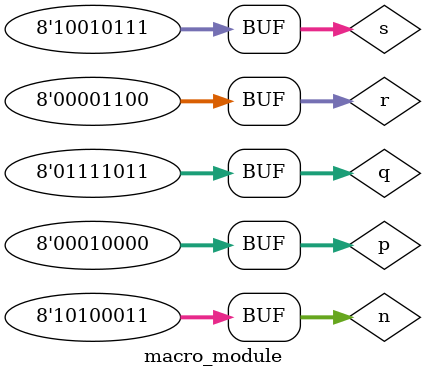
<source format=v>
`define max(a,b) ((a) > (b) ? (a) : (b))
module macro_module;
    reg [7:0] p, q, r, s, n;

    initial begin
        p = 16;
        q = 123;
        r = 12;
        s = 151;
        n = `max(p+q,r+s);
    end

    initial begin
        $monitor("Time: %g, P+Q: %d, R+S: %d, N: %d", $time, p+q, r+s, n);
    end
endmodule

</source>
